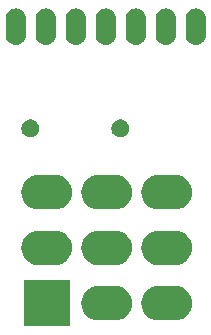
<source format=gbr>
G04 #@! TF.GenerationSoftware,KiCad,Pcbnew,(5.1.5-0-10_14)*
G04 #@! TF.CreationDate,2021-09-14T18:47:20+02:00*
G04 #@! TF.ProjectId,3pdt-npnium,33706474-2d6e-4706-9e69-756d2e6b6963,rev?*
G04 #@! TF.SameCoordinates,Original*
G04 #@! TF.FileFunction,Soldermask,Bot*
G04 #@! TF.FilePolarity,Negative*
%FSLAX46Y46*%
G04 Gerber Fmt 4.6, Leading zero omitted, Abs format (unit mm)*
G04 Created by KiCad (PCBNEW (5.1.5-0-10_14)) date 2021-09-14 18:47:20*
%MOMM*%
%LPD*%
G04 APERTURE LIST*
%ADD10C,0.100000*%
G04 APERTURE END LIST*
D10*
G36*
X65859000Y-64369000D02*
G01*
X61941000Y-64369000D01*
X61941000Y-60451000D01*
X65859000Y-60451000D01*
X65859000Y-64369000D01*
G37*
G36*
X74937861Y-60969497D02*
G01*
X75044446Y-60979995D01*
X75317960Y-61062965D01*
X75317963Y-61062966D01*
X75570028Y-61197698D01*
X75570029Y-61197699D01*
X75570033Y-61197701D01*
X75790976Y-61379024D01*
X75972299Y-61599967D01*
X75972301Y-61599971D01*
X75972302Y-61599972D01*
X76107034Y-61852037D01*
X76107035Y-61852040D01*
X76190005Y-62125554D01*
X76218020Y-62410000D01*
X76190005Y-62694446D01*
X76107035Y-62967960D01*
X76107034Y-62967963D01*
X75972302Y-63220028D01*
X75972299Y-63220033D01*
X75790976Y-63440976D01*
X75570033Y-63622299D01*
X75570029Y-63622301D01*
X75570028Y-63622302D01*
X75317963Y-63757034D01*
X75317960Y-63757035D01*
X75044446Y-63840005D01*
X74937861Y-63850503D01*
X74831278Y-63861000D01*
X73288722Y-63861000D01*
X73182139Y-63850503D01*
X73075554Y-63840005D01*
X72802040Y-63757035D01*
X72802037Y-63757034D01*
X72549972Y-63622302D01*
X72549971Y-63622301D01*
X72549967Y-63622299D01*
X72329024Y-63440976D01*
X72147701Y-63220033D01*
X72147698Y-63220028D01*
X72012966Y-62967963D01*
X72012965Y-62967960D01*
X71929995Y-62694446D01*
X71901980Y-62410000D01*
X71929995Y-62125554D01*
X72012965Y-61852040D01*
X72012966Y-61852037D01*
X72147698Y-61599972D01*
X72147699Y-61599971D01*
X72147701Y-61599967D01*
X72329024Y-61379024D01*
X72549967Y-61197701D01*
X72549971Y-61197699D01*
X72549972Y-61197698D01*
X72802037Y-61062966D01*
X72802040Y-61062965D01*
X73075554Y-60979995D01*
X73182139Y-60969497D01*
X73288722Y-60959000D01*
X74831278Y-60959000D01*
X74937861Y-60969497D01*
G37*
G36*
X69857861Y-60969497D02*
G01*
X69964446Y-60979995D01*
X70237960Y-61062965D01*
X70237963Y-61062966D01*
X70490028Y-61197698D01*
X70490029Y-61197699D01*
X70490033Y-61197701D01*
X70710976Y-61379024D01*
X70892299Y-61599967D01*
X70892301Y-61599971D01*
X70892302Y-61599972D01*
X71027034Y-61852037D01*
X71027035Y-61852040D01*
X71110005Y-62125554D01*
X71138020Y-62410000D01*
X71110005Y-62694446D01*
X71027035Y-62967960D01*
X71027034Y-62967963D01*
X70892302Y-63220028D01*
X70892299Y-63220033D01*
X70710976Y-63440976D01*
X70490033Y-63622299D01*
X70490029Y-63622301D01*
X70490028Y-63622302D01*
X70237963Y-63757034D01*
X70237960Y-63757035D01*
X69964446Y-63840005D01*
X69857861Y-63850503D01*
X69751278Y-63861000D01*
X68208722Y-63861000D01*
X68102139Y-63850503D01*
X67995554Y-63840005D01*
X67722040Y-63757035D01*
X67722037Y-63757034D01*
X67469972Y-63622302D01*
X67469971Y-63622301D01*
X67469967Y-63622299D01*
X67249024Y-63440976D01*
X67067701Y-63220033D01*
X67067698Y-63220028D01*
X66932966Y-62967963D01*
X66932965Y-62967960D01*
X66849995Y-62694446D01*
X66821980Y-62410000D01*
X66849995Y-62125554D01*
X66932965Y-61852040D01*
X66932966Y-61852037D01*
X67067698Y-61599972D01*
X67067699Y-61599971D01*
X67067701Y-61599967D01*
X67249024Y-61379024D01*
X67469967Y-61197701D01*
X67469971Y-61197699D01*
X67469972Y-61197698D01*
X67722037Y-61062966D01*
X67722040Y-61062965D01*
X67995554Y-60979995D01*
X68102139Y-60969497D01*
X68208722Y-60959000D01*
X69751278Y-60959000D01*
X69857861Y-60969497D01*
G37*
G36*
X74937861Y-56269498D02*
G01*
X75044446Y-56279995D01*
X75317960Y-56362965D01*
X75317963Y-56362966D01*
X75570028Y-56497698D01*
X75570029Y-56497699D01*
X75570033Y-56497701D01*
X75790976Y-56679024D01*
X75972299Y-56899967D01*
X75972301Y-56899971D01*
X75972302Y-56899972D01*
X76107034Y-57152037D01*
X76107035Y-57152040D01*
X76190005Y-57425554D01*
X76218020Y-57710000D01*
X76190005Y-57994446D01*
X76107035Y-58267960D01*
X76107034Y-58267963D01*
X75972302Y-58520028D01*
X75972299Y-58520033D01*
X75790976Y-58740976D01*
X75570033Y-58922299D01*
X75570029Y-58922301D01*
X75570028Y-58922302D01*
X75317963Y-59057034D01*
X75317960Y-59057035D01*
X75044446Y-59140005D01*
X74937861Y-59150502D01*
X74831278Y-59161000D01*
X73288722Y-59161000D01*
X73182139Y-59150502D01*
X73075554Y-59140005D01*
X72802040Y-59057035D01*
X72802037Y-59057034D01*
X72549972Y-58922302D01*
X72549971Y-58922301D01*
X72549967Y-58922299D01*
X72329024Y-58740976D01*
X72147701Y-58520033D01*
X72147698Y-58520028D01*
X72012966Y-58267963D01*
X72012965Y-58267960D01*
X71929995Y-57994446D01*
X71901980Y-57710000D01*
X71929995Y-57425554D01*
X72012965Y-57152040D01*
X72012966Y-57152037D01*
X72147698Y-56899972D01*
X72147699Y-56899971D01*
X72147701Y-56899967D01*
X72329024Y-56679024D01*
X72549967Y-56497701D01*
X72549971Y-56497699D01*
X72549972Y-56497698D01*
X72802037Y-56362966D01*
X72802040Y-56362965D01*
X73075554Y-56279995D01*
X73182139Y-56269498D01*
X73288722Y-56259000D01*
X74831278Y-56259000D01*
X74937861Y-56269498D01*
G37*
G36*
X69857861Y-56269498D02*
G01*
X69964446Y-56279995D01*
X70237960Y-56362965D01*
X70237963Y-56362966D01*
X70490028Y-56497698D01*
X70490029Y-56497699D01*
X70490033Y-56497701D01*
X70710976Y-56679024D01*
X70892299Y-56899967D01*
X70892301Y-56899971D01*
X70892302Y-56899972D01*
X71027034Y-57152037D01*
X71027035Y-57152040D01*
X71110005Y-57425554D01*
X71138020Y-57710000D01*
X71110005Y-57994446D01*
X71027035Y-58267960D01*
X71027034Y-58267963D01*
X70892302Y-58520028D01*
X70892299Y-58520033D01*
X70710976Y-58740976D01*
X70490033Y-58922299D01*
X70490029Y-58922301D01*
X70490028Y-58922302D01*
X70237963Y-59057034D01*
X70237960Y-59057035D01*
X69964446Y-59140005D01*
X69857861Y-59150502D01*
X69751278Y-59161000D01*
X68208722Y-59161000D01*
X68102139Y-59150502D01*
X67995554Y-59140005D01*
X67722040Y-59057035D01*
X67722037Y-59057034D01*
X67469972Y-58922302D01*
X67469971Y-58922301D01*
X67469967Y-58922299D01*
X67249024Y-58740976D01*
X67067701Y-58520033D01*
X67067698Y-58520028D01*
X66932966Y-58267963D01*
X66932965Y-58267960D01*
X66849995Y-57994446D01*
X66821980Y-57710000D01*
X66849995Y-57425554D01*
X66932965Y-57152040D01*
X66932966Y-57152037D01*
X67067698Y-56899972D01*
X67067699Y-56899971D01*
X67067701Y-56899967D01*
X67249024Y-56679024D01*
X67469967Y-56497701D01*
X67469971Y-56497699D01*
X67469972Y-56497698D01*
X67722037Y-56362966D01*
X67722040Y-56362965D01*
X67995554Y-56279995D01*
X68102139Y-56269498D01*
X68208722Y-56259000D01*
X69751278Y-56259000D01*
X69857861Y-56269498D01*
G37*
G36*
X64777861Y-56269498D02*
G01*
X64884446Y-56279995D01*
X65157960Y-56362965D01*
X65157963Y-56362966D01*
X65410028Y-56497698D01*
X65410029Y-56497699D01*
X65410033Y-56497701D01*
X65630976Y-56679024D01*
X65812299Y-56899967D01*
X65812301Y-56899971D01*
X65812302Y-56899972D01*
X65947034Y-57152037D01*
X65947035Y-57152040D01*
X66030005Y-57425554D01*
X66058020Y-57710000D01*
X66030005Y-57994446D01*
X65947035Y-58267960D01*
X65947034Y-58267963D01*
X65812302Y-58520028D01*
X65812299Y-58520033D01*
X65630976Y-58740976D01*
X65410033Y-58922299D01*
X65410029Y-58922301D01*
X65410028Y-58922302D01*
X65157963Y-59057034D01*
X65157960Y-59057035D01*
X64884446Y-59140005D01*
X64777861Y-59150502D01*
X64671278Y-59161000D01*
X63128722Y-59161000D01*
X63022139Y-59150502D01*
X62915554Y-59140005D01*
X62642040Y-59057035D01*
X62642037Y-59057034D01*
X62389972Y-58922302D01*
X62389971Y-58922301D01*
X62389967Y-58922299D01*
X62169024Y-58740976D01*
X61987701Y-58520033D01*
X61987698Y-58520028D01*
X61852966Y-58267963D01*
X61852965Y-58267960D01*
X61769995Y-57994446D01*
X61741980Y-57710000D01*
X61769995Y-57425554D01*
X61852965Y-57152040D01*
X61852966Y-57152037D01*
X61987698Y-56899972D01*
X61987699Y-56899971D01*
X61987701Y-56899967D01*
X62169024Y-56679024D01*
X62389967Y-56497701D01*
X62389971Y-56497699D01*
X62389972Y-56497698D01*
X62642037Y-56362966D01*
X62642040Y-56362965D01*
X62915554Y-56279995D01*
X63022139Y-56269498D01*
X63128722Y-56259000D01*
X64671278Y-56259000D01*
X64777861Y-56269498D01*
G37*
G36*
X74937861Y-51569498D02*
G01*
X75044446Y-51579995D01*
X75317960Y-51662965D01*
X75317963Y-51662966D01*
X75570028Y-51797698D01*
X75570029Y-51797699D01*
X75570033Y-51797701D01*
X75790976Y-51979024D01*
X75972299Y-52199967D01*
X75972301Y-52199971D01*
X75972302Y-52199972D01*
X76107034Y-52452037D01*
X76107035Y-52452040D01*
X76190005Y-52725554D01*
X76218020Y-53010000D01*
X76190005Y-53294446D01*
X76107035Y-53567960D01*
X76107034Y-53567963D01*
X75972302Y-53820028D01*
X75972299Y-53820033D01*
X75790976Y-54040976D01*
X75570033Y-54222299D01*
X75570029Y-54222301D01*
X75570028Y-54222302D01*
X75317963Y-54357034D01*
X75317960Y-54357035D01*
X75044446Y-54440005D01*
X74937861Y-54450502D01*
X74831278Y-54461000D01*
X73288722Y-54461000D01*
X73182139Y-54450502D01*
X73075554Y-54440005D01*
X72802040Y-54357035D01*
X72802037Y-54357034D01*
X72549972Y-54222302D01*
X72549971Y-54222301D01*
X72549967Y-54222299D01*
X72329024Y-54040976D01*
X72147701Y-53820033D01*
X72147698Y-53820028D01*
X72012966Y-53567963D01*
X72012965Y-53567960D01*
X71929995Y-53294446D01*
X71901980Y-53010000D01*
X71929995Y-52725554D01*
X72012965Y-52452040D01*
X72012966Y-52452037D01*
X72147698Y-52199972D01*
X72147699Y-52199971D01*
X72147701Y-52199967D01*
X72329024Y-51979024D01*
X72549967Y-51797701D01*
X72549971Y-51797699D01*
X72549972Y-51797698D01*
X72802037Y-51662966D01*
X72802040Y-51662965D01*
X73075554Y-51579995D01*
X73182139Y-51569498D01*
X73288722Y-51559000D01*
X74831278Y-51559000D01*
X74937861Y-51569498D01*
G37*
G36*
X69857861Y-51569498D02*
G01*
X69964446Y-51579995D01*
X70237960Y-51662965D01*
X70237963Y-51662966D01*
X70490028Y-51797698D01*
X70490029Y-51797699D01*
X70490033Y-51797701D01*
X70710976Y-51979024D01*
X70892299Y-52199967D01*
X70892301Y-52199971D01*
X70892302Y-52199972D01*
X71027034Y-52452037D01*
X71027035Y-52452040D01*
X71110005Y-52725554D01*
X71138020Y-53010000D01*
X71110005Y-53294446D01*
X71027035Y-53567960D01*
X71027034Y-53567963D01*
X70892302Y-53820028D01*
X70892299Y-53820033D01*
X70710976Y-54040976D01*
X70490033Y-54222299D01*
X70490029Y-54222301D01*
X70490028Y-54222302D01*
X70237963Y-54357034D01*
X70237960Y-54357035D01*
X69964446Y-54440005D01*
X69857861Y-54450502D01*
X69751278Y-54461000D01*
X68208722Y-54461000D01*
X68102139Y-54450502D01*
X67995554Y-54440005D01*
X67722040Y-54357035D01*
X67722037Y-54357034D01*
X67469972Y-54222302D01*
X67469971Y-54222301D01*
X67469967Y-54222299D01*
X67249024Y-54040976D01*
X67067701Y-53820033D01*
X67067698Y-53820028D01*
X66932966Y-53567963D01*
X66932965Y-53567960D01*
X66849995Y-53294446D01*
X66821980Y-53010000D01*
X66849995Y-52725554D01*
X66932965Y-52452040D01*
X66932966Y-52452037D01*
X67067698Y-52199972D01*
X67067699Y-52199971D01*
X67067701Y-52199967D01*
X67249024Y-51979024D01*
X67469967Y-51797701D01*
X67469971Y-51797699D01*
X67469972Y-51797698D01*
X67722037Y-51662966D01*
X67722040Y-51662965D01*
X67995554Y-51579995D01*
X68102139Y-51569498D01*
X68208722Y-51559000D01*
X69751278Y-51559000D01*
X69857861Y-51569498D01*
G37*
G36*
X64777861Y-51569498D02*
G01*
X64884446Y-51579995D01*
X65157960Y-51662965D01*
X65157963Y-51662966D01*
X65410028Y-51797698D01*
X65410029Y-51797699D01*
X65410033Y-51797701D01*
X65630976Y-51979024D01*
X65812299Y-52199967D01*
X65812301Y-52199971D01*
X65812302Y-52199972D01*
X65947034Y-52452037D01*
X65947035Y-52452040D01*
X66030005Y-52725554D01*
X66058020Y-53010000D01*
X66030005Y-53294446D01*
X65947035Y-53567960D01*
X65947034Y-53567963D01*
X65812302Y-53820028D01*
X65812299Y-53820033D01*
X65630976Y-54040976D01*
X65410033Y-54222299D01*
X65410029Y-54222301D01*
X65410028Y-54222302D01*
X65157963Y-54357034D01*
X65157960Y-54357035D01*
X64884446Y-54440005D01*
X64777861Y-54450502D01*
X64671278Y-54461000D01*
X63128722Y-54461000D01*
X63022139Y-54450502D01*
X62915554Y-54440005D01*
X62642040Y-54357035D01*
X62642037Y-54357034D01*
X62389972Y-54222302D01*
X62389971Y-54222301D01*
X62389967Y-54222299D01*
X62169024Y-54040976D01*
X61987701Y-53820033D01*
X61987698Y-53820028D01*
X61852966Y-53567963D01*
X61852965Y-53567960D01*
X61769995Y-53294446D01*
X61741980Y-53010000D01*
X61769995Y-52725554D01*
X61852965Y-52452040D01*
X61852966Y-52452037D01*
X61987698Y-52199972D01*
X61987699Y-52199971D01*
X61987701Y-52199967D01*
X62169024Y-51979024D01*
X62389967Y-51797701D01*
X62389971Y-51797699D01*
X62389972Y-51797698D01*
X62642037Y-51662966D01*
X62642040Y-51662965D01*
X62915554Y-51579995D01*
X63022139Y-51569498D01*
X63128722Y-51559000D01*
X64671278Y-51559000D01*
X64777861Y-51569498D01*
G37*
G36*
X70339059Y-46877860D02*
G01*
X70475732Y-46934472D01*
X70598735Y-47016660D01*
X70703340Y-47121265D01*
X70785528Y-47244268D01*
X70842140Y-47380941D01*
X70871000Y-47526033D01*
X70871000Y-47673967D01*
X70842140Y-47819059D01*
X70785528Y-47955732D01*
X70703340Y-48078735D01*
X70598735Y-48183340D01*
X70475732Y-48265528D01*
X70475731Y-48265529D01*
X70475730Y-48265529D01*
X70339059Y-48322140D01*
X70193968Y-48351000D01*
X70046032Y-48351000D01*
X69900941Y-48322140D01*
X69764270Y-48265529D01*
X69764269Y-48265529D01*
X69764268Y-48265528D01*
X69641265Y-48183340D01*
X69536660Y-48078735D01*
X69454472Y-47955732D01*
X69397860Y-47819059D01*
X69369000Y-47673967D01*
X69369000Y-47526033D01*
X69397860Y-47380941D01*
X69454472Y-47244268D01*
X69536660Y-47121265D01*
X69641265Y-47016660D01*
X69764268Y-46934472D01*
X69900941Y-46877860D01*
X70046032Y-46849000D01*
X70193968Y-46849000D01*
X70339059Y-46877860D01*
G37*
G36*
X62719059Y-46877860D02*
G01*
X62855732Y-46934472D01*
X62978735Y-47016660D01*
X63083340Y-47121265D01*
X63165528Y-47244268D01*
X63222140Y-47380941D01*
X63251000Y-47526033D01*
X63251000Y-47673967D01*
X63222140Y-47819059D01*
X63165528Y-47955732D01*
X63083340Y-48078735D01*
X62978735Y-48183340D01*
X62855732Y-48265528D01*
X62855731Y-48265529D01*
X62855730Y-48265529D01*
X62719059Y-48322140D01*
X62573968Y-48351000D01*
X62426032Y-48351000D01*
X62280941Y-48322140D01*
X62144270Y-48265529D01*
X62144269Y-48265529D01*
X62144268Y-48265528D01*
X62021265Y-48183340D01*
X61916660Y-48078735D01*
X61834472Y-47955732D01*
X61777860Y-47819059D01*
X61749000Y-47673967D01*
X61749000Y-47526033D01*
X61777860Y-47380941D01*
X61834472Y-47244268D01*
X61916660Y-47121265D01*
X62021265Y-47016660D01*
X62144268Y-46934472D01*
X62280941Y-46877860D01*
X62426032Y-46849000D01*
X62573968Y-46849000D01*
X62719059Y-46877860D01*
G37*
G36*
X76666822Y-37461313D02*
G01*
X76827241Y-37509976D01*
X76975077Y-37588995D01*
X77104659Y-37695341D01*
X77211004Y-37824922D01*
X77211005Y-37824924D01*
X77290024Y-37972758D01*
X77338687Y-38133177D01*
X77351000Y-38258196D01*
X77351000Y-39741804D01*
X77338687Y-39866823D01*
X77290024Y-40027242D01*
X77219114Y-40159906D01*
X77211004Y-40175078D01*
X77104659Y-40304659D01*
X76975078Y-40411004D01*
X76975076Y-40411005D01*
X76827242Y-40490024D01*
X76666823Y-40538687D01*
X76500000Y-40555117D01*
X76333178Y-40538687D01*
X76172759Y-40490024D01*
X76024925Y-40411005D01*
X76024923Y-40411004D01*
X75895342Y-40304659D01*
X75788997Y-40175078D01*
X75780887Y-40159906D01*
X75709977Y-40027242D01*
X75661314Y-39866823D01*
X75649001Y-39741804D01*
X75649000Y-38258197D01*
X75661313Y-38133178D01*
X75709976Y-37972759D01*
X75788995Y-37824923D01*
X75895341Y-37695341D01*
X76024922Y-37588996D01*
X76040094Y-37580886D01*
X76172758Y-37509976D01*
X76333177Y-37461313D01*
X76500000Y-37444883D01*
X76666822Y-37461313D01*
G37*
G36*
X74126822Y-37461313D02*
G01*
X74287241Y-37509976D01*
X74435077Y-37588995D01*
X74564659Y-37695341D01*
X74671004Y-37824922D01*
X74671005Y-37824924D01*
X74750024Y-37972758D01*
X74798687Y-38133177D01*
X74811000Y-38258196D01*
X74811000Y-39741804D01*
X74798687Y-39866823D01*
X74750024Y-40027242D01*
X74679114Y-40159906D01*
X74671004Y-40175078D01*
X74564659Y-40304659D01*
X74435078Y-40411004D01*
X74435076Y-40411005D01*
X74287242Y-40490024D01*
X74126823Y-40538687D01*
X73960000Y-40555117D01*
X73793178Y-40538687D01*
X73632759Y-40490024D01*
X73484925Y-40411005D01*
X73484923Y-40411004D01*
X73355342Y-40304659D01*
X73248997Y-40175078D01*
X73240887Y-40159906D01*
X73169977Y-40027242D01*
X73121314Y-39866823D01*
X73109001Y-39741804D01*
X73109000Y-38258197D01*
X73121313Y-38133178D01*
X73169976Y-37972759D01*
X73248995Y-37824923D01*
X73355341Y-37695341D01*
X73484922Y-37588996D01*
X73500094Y-37580886D01*
X73632758Y-37509976D01*
X73793177Y-37461313D01*
X73960000Y-37444883D01*
X74126822Y-37461313D01*
G37*
G36*
X71586822Y-37461313D02*
G01*
X71747241Y-37509976D01*
X71895077Y-37588995D01*
X72024659Y-37695341D01*
X72131004Y-37824922D01*
X72131005Y-37824924D01*
X72210024Y-37972758D01*
X72258687Y-38133177D01*
X72271000Y-38258196D01*
X72271000Y-39741804D01*
X72258687Y-39866823D01*
X72210024Y-40027242D01*
X72139114Y-40159906D01*
X72131004Y-40175078D01*
X72024659Y-40304659D01*
X71895078Y-40411004D01*
X71895076Y-40411005D01*
X71747242Y-40490024D01*
X71586823Y-40538687D01*
X71420000Y-40555117D01*
X71253178Y-40538687D01*
X71092759Y-40490024D01*
X70944925Y-40411005D01*
X70944923Y-40411004D01*
X70815342Y-40304659D01*
X70708997Y-40175078D01*
X70700887Y-40159906D01*
X70629977Y-40027242D01*
X70581314Y-39866823D01*
X70569001Y-39741804D01*
X70569000Y-38258197D01*
X70581313Y-38133178D01*
X70629976Y-37972759D01*
X70708995Y-37824923D01*
X70815341Y-37695341D01*
X70944922Y-37588996D01*
X70960094Y-37580886D01*
X71092758Y-37509976D01*
X71253177Y-37461313D01*
X71420000Y-37444883D01*
X71586822Y-37461313D01*
G37*
G36*
X69046822Y-37461313D02*
G01*
X69207241Y-37509976D01*
X69355077Y-37588995D01*
X69484659Y-37695341D01*
X69591004Y-37824922D01*
X69591005Y-37824924D01*
X69670024Y-37972758D01*
X69718687Y-38133177D01*
X69731000Y-38258196D01*
X69731000Y-39741804D01*
X69718687Y-39866823D01*
X69670024Y-40027242D01*
X69599114Y-40159906D01*
X69591004Y-40175078D01*
X69484659Y-40304659D01*
X69355078Y-40411004D01*
X69355076Y-40411005D01*
X69207242Y-40490024D01*
X69046823Y-40538687D01*
X68880000Y-40555117D01*
X68713178Y-40538687D01*
X68552759Y-40490024D01*
X68404925Y-40411005D01*
X68404923Y-40411004D01*
X68275342Y-40304659D01*
X68168997Y-40175078D01*
X68160887Y-40159906D01*
X68089977Y-40027242D01*
X68041314Y-39866823D01*
X68029001Y-39741804D01*
X68029000Y-38258197D01*
X68041313Y-38133178D01*
X68089976Y-37972759D01*
X68168995Y-37824923D01*
X68275341Y-37695341D01*
X68404922Y-37588996D01*
X68420094Y-37580886D01*
X68552758Y-37509976D01*
X68713177Y-37461313D01*
X68880000Y-37444883D01*
X69046822Y-37461313D01*
G37*
G36*
X66506822Y-37461313D02*
G01*
X66667241Y-37509976D01*
X66815077Y-37588995D01*
X66944659Y-37695341D01*
X67051004Y-37824922D01*
X67051005Y-37824924D01*
X67130024Y-37972758D01*
X67178687Y-38133177D01*
X67191000Y-38258196D01*
X67191000Y-39741804D01*
X67178687Y-39866823D01*
X67130024Y-40027242D01*
X67059114Y-40159906D01*
X67051004Y-40175078D01*
X66944659Y-40304659D01*
X66815078Y-40411004D01*
X66815076Y-40411005D01*
X66667242Y-40490024D01*
X66506823Y-40538687D01*
X66340000Y-40555117D01*
X66173178Y-40538687D01*
X66012759Y-40490024D01*
X65864925Y-40411005D01*
X65864923Y-40411004D01*
X65735342Y-40304659D01*
X65628997Y-40175078D01*
X65620887Y-40159906D01*
X65549977Y-40027242D01*
X65501314Y-39866823D01*
X65489001Y-39741804D01*
X65489000Y-38258197D01*
X65501313Y-38133178D01*
X65549976Y-37972759D01*
X65628995Y-37824923D01*
X65735341Y-37695341D01*
X65864922Y-37588996D01*
X65880094Y-37580886D01*
X66012758Y-37509976D01*
X66173177Y-37461313D01*
X66340000Y-37444883D01*
X66506822Y-37461313D01*
G37*
G36*
X63966822Y-37461313D02*
G01*
X64127241Y-37509976D01*
X64275077Y-37588995D01*
X64404659Y-37695341D01*
X64511004Y-37824922D01*
X64511005Y-37824924D01*
X64590024Y-37972758D01*
X64638687Y-38133177D01*
X64651000Y-38258196D01*
X64651000Y-39741804D01*
X64638687Y-39866823D01*
X64590024Y-40027242D01*
X64519114Y-40159906D01*
X64511004Y-40175078D01*
X64404659Y-40304659D01*
X64275078Y-40411004D01*
X64275076Y-40411005D01*
X64127242Y-40490024D01*
X63966823Y-40538687D01*
X63800000Y-40555117D01*
X63633178Y-40538687D01*
X63472759Y-40490024D01*
X63324925Y-40411005D01*
X63324923Y-40411004D01*
X63195342Y-40304659D01*
X63088997Y-40175078D01*
X63080887Y-40159906D01*
X63009977Y-40027242D01*
X62961314Y-39866823D01*
X62949001Y-39741804D01*
X62949000Y-38258197D01*
X62961313Y-38133178D01*
X63009976Y-37972759D01*
X63088995Y-37824923D01*
X63195341Y-37695341D01*
X63324922Y-37588996D01*
X63340094Y-37580886D01*
X63472758Y-37509976D01*
X63633177Y-37461313D01*
X63800000Y-37444883D01*
X63966822Y-37461313D01*
G37*
G36*
X61426822Y-37461313D02*
G01*
X61587241Y-37509976D01*
X61735077Y-37588995D01*
X61864659Y-37695341D01*
X61971004Y-37824922D01*
X61971005Y-37824924D01*
X62050024Y-37972758D01*
X62098687Y-38133177D01*
X62111000Y-38258196D01*
X62111000Y-39741804D01*
X62098687Y-39866823D01*
X62050024Y-40027242D01*
X61979114Y-40159906D01*
X61971004Y-40175078D01*
X61864659Y-40304659D01*
X61735078Y-40411004D01*
X61735076Y-40411005D01*
X61587242Y-40490024D01*
X61426823Y-40538687D01*
X61260000Y-40555117D01*
X61093178Y-40538687D01*
X60932759Y-40490024D01*
X60784925Y-40411005D01*
X60784923Y-40411004D01*
X60655342Y-40304659D01*
X60548997Y-40175078D01*
X60540887Y-40159906D01*
X60469977Y-40027242D01*
X60421314Y-39866823D01*
X60409001Y-39741804D01*
X60409000Y-38258197D01*
X60421313Y-38133178D01*
X60469976Y-37972759D01*
X60548995Y-37824923D01*
X60655341Y-37695341D01*
X60784922Y-37588996D01*
X60800094Y-37580886D01*
X60932758Y-37509976D01*
X61093177Y-37461313D01*
X61260000Y-37444883D01*
X61426822Y-37461313D01*
G37*
M02*

</source>
